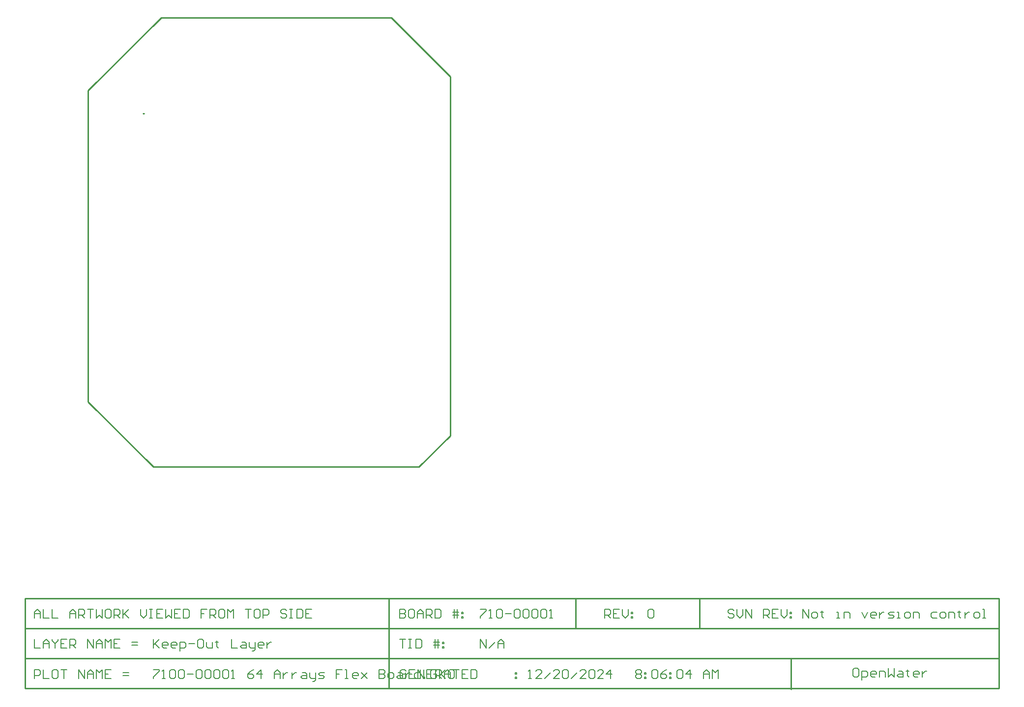
<source format=gko>
G04*
G04 #@! TF.GenerationSoftware,Altium Limited,Altium Designer,24.3.1 (35)*
G04*
G04 Layer_Color=16711935*
%FSAX25Y25*%
%MOIN*%
G70*
G04*
G04 #@! TF.SameCoordinates,FD1E8778-55F6-401F-AF26-4ACC28CE7946*
G04*
G04*
G04 #@! TF.FilePolarity,Positive*
G04*
G01*
G75*
%ADD11C,0.01000*%
%ADD14C,0.00800*%
G54D11*
X0082677Y0234630D02*
X0126856Y0190450D01*
X0082677Y0445729D02*
X0082677Y0234630D01*
X0082677Y0445729D02*
X0132179Y0495231D01*
X0119967Y0430118D02*
X0120515D01*
X0126856Y0190450D02*
X0307098D01*
X0328202Y0211554D01*
X0328202Y0455309D02*
X0328202Y0211554D01*
X0288280Y0495231D02*
X0328202Y0455309D01*
X0132179Y0495231D02*
X0288280D01*
X0497200Y0080717D02*
Y0101050D01*
X0413200Y0080717D02*
Y0101050D01*
X0040000Y0080717D02*
X0700200D01*
X0040000Y0060383D02*
X0700000D01*
X0040000Y0040050D02*
X0440500D01*
X0040050Y0101050D02*
X0700200D01*
X0040050Y0040050D02*
Y0101050D01*
Y0040050D02*
X0197600D01*
X0040000D02*
Y0101050D01*
X0286500Y0040050D02*
Y0101050D01*
X0700200Y0040050D02*
Y0101050D01*
X0440500Y0040050D02*
X0700200D01*
X0559400Y0039400D02*
Y0059683D01*
G54D14*
X0126900Y0073549D02*
Y0067551D01*
Y0069550D01*
X0130899Y0073549D01*
X0127900Y0070550D01*
X0130899Y0067551D01*
X0135897D02*
X0133898D01*
X0132898Y0068550D01*
Y0070550D01*
X0133898Y0071549D01*
X0135897D01*
X0136897Y0070550D01*
Y0069550D01*
X0132898D01*
X0141895Y0067551D02*
X0139896D01*
X0138896Y0068550D01*
Y0070550D01*
X0139896Y0071549D01*
X0141895D01*
X0142895Y0070550D01*
Y0069550D01*
X0138896D01*
X0144894Y0065551D02*
Y0071549D01*
X0147893D01*
X0148893Y0070550D01*
Y0068550D01*
X0147893Y0067551D01*
X0144894D01*
X0150892Y0070550D02*
X0154891D01*
X0159889Y0073549D02*
X0157890D01*
X0156890Y0072549D01*
Y0068550D01*
X0157890Y0067551D01*
X0159889D01*
X0160889Y0068550D01*
Y0072549D01*
X0159889Y0073549D01*
X0162888Y0071549D02*
Y0068550D01*
X0163888Y0067551D01*
X0166887D01*
Y0071549D01*
X0169886Y0072549D02*
Y0071549D01*
X0168886D01*
X0170886D01*
X0169886D01*
Y0068550D01*
X0170886Y0067551D01*
X0179883Y0073549D02*
Y0067551D01*
X0183882D01*
X0186881Y0071549D02*
X0188880D01*
X0189880Y0070550D01*
Y0067551D01*
X0186881D01*
X0185881Y0068550D01*
X0186881Y0069550D01*
X0189880D01*
X0191879Y0071549D02*
Y0068550D01*
X0192879Y0067551D01*
X0195878D01*
Y0066551D01*
X0194878Y0065551D01*
X0193878D01*
X0195878Y0067551D02*
Y0071549D01*
X0200876Y0067551D02*
X0198877D01*
X0197877Y0068550D01*
Y0070550D01*
X0198877Y0071549D01*
X0200876D01*
X0201876Y0070550D01*
Y0069550D01*
X0197877D01*
X0203875Y0071549D02*
Y0067551D01*
Y0069550D01*
X0204875Y0070550D01*
X0205874Y0071549D01*
X0206874D01*
X0567400Y0087833D02*
Y0093831D01*
X0571399Y0087833D01*
Y0093831D01*
X0574398Y0087833D02*
X0576397D01*
X0577397Y0088833D01*
Y0090832D01*
X0576397Y0091832D01*
X0574398D01*
X0573398Y0090832D01*
Y0088833D01*
X0574398Y0087833D01*
X0580396Y0092832D02*
Y0091832D01*
X0579396D01*
X0581395D01*
X0580396D01*
Y0088833D01*
X0581395Y0087833D01*
X0590393D02*
X0592392D01*
X0591392D01*
Y0091832D01*
X0590393D01*
X0595391Y0087833D02*
Y0091832D01*
X0598390D01*
X0599390Y0090832D01*
Y0087833D01*
X0607387Y0091832D02*
X0609386Y0087833D01*
X0611386Y0091832D01*
X0616384Y0087833D02*
X0614385D01*
X0613385Y0088833D01*
Y0090832D01*
X0614385Y0091832D01*
X0616384D01*
X0617384Y0090832D01*
Y0089833D01*
X0613385D01*
X0619383Y0091832D02*
Y0087833D01*
Y0089833D01*
X0620383Y0090832D01*
X0621383Y0091832D01*
X0622382D01*
X0625381Y0087833D02*
X0628380D01*
X0629380Y0088833D01*
X0628380Y0089833D01*
X0626381D01*
X0625381Y0090832D01*
X0626381Y0091832D01*
X0629380D01*
X0631379Y0087833D02*
X0633379D01*
X0632379D01*
Y0091832D01*
X0631379D01*
X0637377Y0087833D02*
X0639377D01*
X0640376Y0088833D01*
Y0090832D01*
X0639377Y0091832D01*
X0637377D01*
X0636378Y0090832D01*
Y0088833D01*
X0637377Y0087833D01*
X0642376D02*
Y0091832D01*
X0645375D01*
X0646374Y0090832D01*
Y0087833D01*
X0658371Y0091832D02*
X0655372D01*
X0654372Y0090832D01*
Y0088833D01*
X0655372Y0087833D01*
X0658371D01*
X0661370D02*
X0663369D01*
X0664369Y0088833D01*
Y0090832D01*
X0663369Y0091832D01*
X0661370D01*
X0660370Y0090832D01*
Y0088833D01*
X0661370Y0087833D01*
X0666368D02*
Y0091832D01*
X0669367D01*
X0670367Y0090832D01*
Y0087833D01*
X0673366Y0092832D02*
Y0091832D01*
X0672366D01*
X0674365D01*
X0673366D01*
Y0088833D01*
X0674365Y0087833D01*
X0677364Y0091832D02*
Y0087833D01*
Y0089833D01*
X0678364Y0090832D01*
X0679364Y0091832D01*
X0680364D01*
X0684362Y0087833D02*
X0686362D01*
X0687361Y0088833D01*
Y0090832D01*
X0686362Y0091832D01*
X0684362D01*
X0683362Y0090832D01*
Y0088833D01*
X0684362Y0087833D01*
X0689361D02*
X0691360D01*
X0690360D01*
Y0093831D01*
X0689361D01*
X0520799Y0092832D02*
X0519799Y0093831D01*
X0517800D01*
X0516800Y0092832D01*
Y0091832D01*
X0517800Y0090832D01*
X0519799D01*
X0520799Y0089833D01*
Y0088833D01*
X0519799Y0087833D01*
X0517800D01*
X0516800Y0088833D01*
X0522798Y0093831D02*
Y0089833D01*
X0524797Y0087833D01*
X0526797Y0089833D01*
Y0093831D01*
X0528796Y0087833D02*
Y0093831D01*
X0532795Y0087833D01*
Y0093831D01*
X0540792Y0087833D02*
Y0093831D01*
X0543791D01*
X0544791Y0092832D01*
Y0090832D01*
X0543791Y0089833D01*
X0540792D01*
X0542792D02*
X0544791Y0087833D01*
X0550789Y0093831D02*
X0546790D01*
Y0087833D01*
X0550789D01*
X0546790Y0090832D02*
X0548790D01*
X0552788Y0093831D02*
Y0089833D01*
X0554788Y0087833D01*
X0556787Y0089833D01*
Y0093831D01*
X0558786Y0091832D02*
X0559786D01*
Y0090832D01*
X0558786D01*
Y0091832D01*
Y0088833D02*
X0559786D01*
Y0087833D01*
X0558786D01*
Y0088833D01*
X0433000Y0087833D02*
Y0093831D01*
X0435999D01*
X0436999Y0092832D01*
Y0090832D01*
X0435999Y0089833D01*
X0433000D01*
X0434999D02*
X0436999Y0087833D01*
X0442997Y0093831D02*
X0438998D01*
Y0087833D01*
X0442997D01*
X0438998Y0090832D02*
X0440997D01*
X0444996Y0093831D02*
Y0089833D01*
X0446995Y0087833D01*
X0448995Y0089833D01*
Y0093831D01*
X0450994Y0091832D02*
X0451994D01*
Y0090832D01*
X0450994D01*
Y0091832D01*
Y0088833D02*
X0451994D01*
Y0087833D01*
X0450994D01*
Y0088833D01*
X0126900Y0052965D02*
X0130899D01*
Y0051965D01*
X0126900Y0047966D01*
Y0046966D01*
X0132898D02*
X0134897D01*
X0133898D01*
Y0052965D01*
X0132898Y0051965D01*
X0137896D02*
X0138896Y0052965D01*
X0140895D01*
X0141895Y0051965D01*
Y0047966D01*
X0140895Y0046966D01*
X0138896D01*
X0137896Y0047966D01*
Y0051965D01*
X0143895D02*
X0144894Y0052965D01*
X0146894D01*
X0147893Y0051965D01*
Y0047966D01*
X0146894Y0046966D01*
X0144894D01*
X0143895Y0047966D01*
Y0051965D01*
X0149893Y0049966D02*
X0153891D01*
X0155891Y0051965D02*
X0156890Y0052965D01*
X0158890D01*
X0159889Y0051965D01*
Y0047966D01*
X0158890Y0046966D01*
X0156890D01*
X0155891Y0047966D01*
Y0051965D01*
X0161889D02*
X0162888Y0052965D01*
X0164888D01*
X0165887Y0051965D01*
Y0047966D01*
X0164888Y0046966D01*
X0162888D01*
X0161889Y0047966D01*
Y0051965D01*
X0167887D02*
X0168886Y0052965D01*
X0170886D01*
X0171885Y0051965D01*
Y0047966D01*
X0170886Y0046966D01*
X0168886D01*
X0167887Y0047966D01*
Y0051965D01*
X0173885D02*
X0174884Y0052965D01*
X0176884D01*
X0177884Y0051965D01*
Y0047966D01*
X0176884Y0046966D01*
X0174884D01*
X0173885Y0047966D01*
Y0051965D01*
X0179883Y0046966D02*
X0181882D01*
X0180883D01*
Y0052965D01*
X0179883Y0051965D01*
X0194878Y0052965D02*
X0192879Y0051965D01*
X0190879Y0049966D01*
Y0047966D01*
X0191879Y0046966D01*
X0193878D01*
X0194878Y0047966D01*
Y0048966D01*
X0193878Y0049966D01*
X0190879D01*
X0199876Y0046966D02*
Y0052965D01*
X0196877Y0049966D01*
X0200876D01*
X0208874Y0046966D02*
Y0050965D01*
X0210873Y0052965D01*
X0212872Y0050965D01*
Y0046966D01*
Y0049966D01*
X0208874D01*
X0214872Y0050965D02*
Y0046966D01*
Y0048966D01*
X0215871Y0049966D01*
X0216871Y0050965D01*
X0217871D01*
X0220870D02*
Y0046966D01*
Y0048966D01*
X0221869Y0049966D01*
X0222869Y0050965D01*
X0223869D01*
X0227867D02*
X0229867D01*
X0230866Y0049966D01*
Y0046966D01*
X0227867D01*
X0226868Y0047966D01*
X0227867Y0048966D01*
X0230866D01*
X0232866Y0050965D02*
Y0047966D01*
X0233865Y0046966D01*
X0236864D01*
Y0045967D01*
X0235865Y0044967D01*
X0234865D01*
X0236864Y0046966D02*
Y0050965D01*
X0238864Y0046966D02*
X0241863D01*
X0242863Y0047966D01*
X0241863Y0048966D01*
X0239863D01*
X0238864Y0049966D01*
X0239863Y0050965D01*
X0242863D01*
X0254859Y0052965D02*
X0250860D01*
Y0049966D01*
X0252859D01*
X0250860D01*
Y0046966D01*
X0256858D02*
X0258857D01*
X0257858D01*
Y0052965D01*
X0256858D01*
X0264855Y0046966D02*
X0262856D01*
X0261856Y0047966D01*
Y0049966D01*
X0262856Y0050965D01*
X0264855D01*
X0265855Y0049966D01*
Y0048966D01*
X0261856D01*
X0267854Y0050965D02*
X0271853Y0046966D01*
X0269854Y0048966D01*
X0271853Y0050965D01*
X0267854Y0046966D01*
X0279851Y0052965D02*
Y0046966D01*
X0282850D01*
X0283849Y0047966D01*
Y0048966D01*
X0282850Y0049966D01*
X0279851D01*
X0282850D01*
X0283849Y0050965D01*
Y0051965D01*
X0282850Y0052965D01*
X0279851D01*
X0286848Y0046966D02*
X0288848D01*
X0289847Y0047966D01*
Y0049966D01*
X0288848Y0050965D01*
X0286848D01*
X0285849Y0049966D01*
Y0047966D01*
X0286848Y0046966D01*
X0292846Y0050965D02*
X0294846D01*
X0295845Y0049966D01*
Y0046966D01*
X0292846D01*
X0291847Y0047966D01*
X0292846Y0048966D01*
X0295845D01*
X0297845Y0050965D02*
Y0046966D01*
Y0048966D01*
X0298844Y0049966D01*
X0299844Y0050965D01*
X0300844D01*
X0307841Y0052965D02*
Y0046966D01*
X0304842D01*
X0303843Y0047966D01*
Y0049966D01*
X0304842Y0050965D01*
X0307841D01*
X0309841Y0046966D02*
Y0047966D01*
X0310841D01*
Y0046966D01*
X0309841D01*
X0318838Y0051965D02*
X0317838Y0052965D01*
X0315839D01*
X0314839Y0051965D01*
Y0047966D01*
X0315839Y0046966D01*
X0317838D01*
X0318838Y0047966D01*
Y0049966D01*
X0316839D01*
X0320837Y0052965D02*
Y0046966D01*
Y0048966D01*
X0324836Y0052965D01*
X0321837Y0049966D01*
X0324836Y0046966D01*
X0329834Y0052965D02*
X0327835D01*
X0326835Y0051965D01*
Y0047966D01*
X0327835Y0046966D01*
X0329834D01*
X0330834Y0047966D01*
Y0051965D01*
X0329834Y0052965D01*
X0381150Y0046966D02*
X0383149D01*
X0382150D01*
Y0052965D01*
X0381150Y0051965D01*
X0390147Y0046966D02*
X0386148D01*
X0390147Y0050965D01*
Y0051965D01*
X0389147Y0052965D01*
X0387148D01*
X0386148Y0051965D01*
X0392146Y0046966D02*
X0396145Y0050965D01*
X0402143Y0046966D02*
X0398145D01*
X0402143Y0050965D01*
Y0051965D01*
X0401144Y0052965D01*
X0399144D01*
X0398145Y0051965D01*
X0404143D02*
X0405142Y0052965D01*
X0407142D01*
X0408141Y0051965D01*
Y0047966D01*
X0407142Y0046966D01*
X0405142D01*
X0404143Y0047966D01*
Y0051965D01*
X0410141Y0046966D02*
X0414139Y0050965D01*
X0420137Y0046966D02*
X0416139D01*
X0420137Y0050965D01*
Y0051965D01*
X0419138Y0052965D01*
X0417138D01*
X0416139Y0051965D01*
X0422137D02*
X0423136Y0052965D01*
X0425136D01*
X0426135Y0051965D01*
Y0047966D01*
X0425136Y0046966D01*
X0423136D01*
X0422137Y0047966D01*
Y0051965D01*
X0432133Y0046966D02*
X0428135D01*
X0432133Y0050965D01*
Y0051965D01*
X0431134Y0052965D01*
X0429135D01*
X0428135Y0051965D01*
X0437132Y0046966D02*
Y0052965D01*
X0434133Y0049966D01*
X0438132D01*
X0298199Y0051965D02*
X0297199Y0052965D01*
X0295200D01*
X0294200Y0051965D01*
Y0047966D01*
X0295200Y0046966D01*
X0297199D01*
X0298199Y0047966D01*
Y0049966D01*
X0296199D01*
X0304197Y0052965D02*
X0300198D01*
Y0046966D01*
X0304197D01*
X0300198Y0049966D02*
X0302197D01*
X0306196Y0046966D02*
Y0052965D01*
X0310195Y0046966D01*
Y0052965D01*
X0316193D02*
X0312194D01*
Y0046966D01*
X0316193D01*
X0312194Y0049966D02*
X0314194D01*
X0318192Y0046966D02*
Y0052965D01*
X0321191D01*
X0322191Y0051965D01*
Y0049966D01*
X0321191Y0048966D01*
X0318192D01*
X0320192D02*
X0322191Y0046966D01*
X0324190D02*
Y0050965D01*
X0326190Y0052965D01*
X0328189Y0050965D01*
Y0046966D01*
Y0049966D01*
X0324190D01*
X0330188Y0052965D02*
X0334187D01*
X0332188D01*
Y0046966D01*
X0340185Y0052965D02*
X0336186D01*
Y0046966D01*
X0340185D01*
X0336186Y0049966D02*
X0338186D01*
X0342184Y0052965D02*
Y0046966D01*
X0345183D01*
X0346183Y0047966D01*
Y0051965D01*
X0345183Y0052965D01*
X0342184D01*
X0372175Y0050965D02*
X0373175D01*
Y0049966D01*
X0372175D01*
Y0050965D01*
Y0047966D02*
X0373175D01*
Y0046966D01*
X0372175D01*
Y0047966D01*
X0046350Y0087833D02*
Y0091832D01*
X0048349Y0093831D01*
X0050349Y0091832D01*
Y0087833D01*
Y0090832D01*
X0046350D01*
X0052348Y0093831D02*
Y0087833D01*
X0056347D01*
X0058346Y0093831D02*
Y0087833D01*
X0062345D01*
X0070342D02*
Y0091832D01*
X0072342Y0093831D01*
X0074341Y0091832D01*
Y0087833D01*
Y0090832D01*
X0070342D01*
X0076340Y0087833D02*
Y0093831D01*
X0079339D01*
X0080339Y0092832D01*
Y0090832D01*
X0079339Y0089833D01*
X0076340D01*
X0078340D02*
X0080339Y0087833D01*
X0082338Y0093831D02*
X0086337D01*
X0084338D01*
Y0087833D01*
X0088336Y0093831D02*
Y0087833D01*
X0090336Y0089833D01*
X0092335Y0087833D01*
Y0093831D01*
X0097334D02*
X0095334D01*
X0094335Y0092832D01*
Y0088833D01*
X0095334Y0087833D01*
X0097334D01*
X0098333Y0088833D01*
Y0092832D01*
X0097334Y0093831D01*
X0100332Y0087833D02*
Y0093831D01*
X0103332D01*
X0104331Y0092832D01*
Y0090832D01*
X0103332Y0089833D01*
X0100332D01*
X0102332D02*
X0104331Y0087833D01*
X0106331Y0093831D02*
Y0087833D01*
Y0089833D01*
X0110329Y0093831D01*
X0107330Y0090832D01*
X0110329Y0087833D01*
X0118327Y0093831D02*
Y0089833D01*
X0120326Y0087833D01*
X0122325Y0089833D01*
Y0093831D01*
X0124325D02*
X0126324D01*
X0125324D01*
Y0087833D01*
X0124325D01*
X0126324D01*
X0133322Y0093831D02*
X0129323D01*
Y0087833D01*
X0133322D01*
X0129323Y0090832D02*
X0131323D01*
X0135321Y0093831D02*
Y0087833D01*
X0137321Y0089833D01*
X0139320Y0087833D01*
Y0093831D01*
X0145318D02*
X0141319D01*
Y0087833D01*
X0145318D01*
X0141319Y0090832D02*
X0143319D01*
X0147317Y0093831D02*
Y0087833D01*
X0150316D01*
X0151316Y0088833D01*
Y0092832D01*
X0150316Y0093831D01*
X0147317D01*
X0163312D02*
X0159313D01*
Y0090832D01*
X0161313D01*
X0159313D01*
Y0087833D01*
X0165312D02*
Y0093831D01*
X0168310D01*
X0169310Y0092832D01*
Y0090832D01*
X0168310Y0089833D01*
X0165312D01*
X0167311D02*
X0169310Y0087833D01*
X0174309Y0093831D02*
X0172309D01*
X0171310Y0092832D01*
Y0088833D01*
X0172309Y0087833D01*
X0174309D01*
X0175308Y0088833D01*
Y0092832D01*
X0174309Y0093831D01*
X0177308Y0087833D02*
Y0093831D01*
X0179307Y0091832D01*
X0181306Y0093831D01*
Y0087833D01*
X0189304Y0093831D02*
X0193303D01*
X0191303D01*
Y0087833D01*
X0198301Y0093831D02*
X0196301D01*
X0195302Y0092832D01*
Y0088833D01*
X0196301Y0087833D01*
X0198301D01*
X0199301Y0088833D01*
Y0092832D01*
X0198301Y0093831D01*
X0201300Y0087833D02*
Y0093831D01*
X0204299D01*
X0205299Y0092832D01*
Y0090832D01*
X0204299Y0089833D01*
X0201300D01*
X0217295Y0092832D02*
X0216295Y0093831D01*
X0214296D01*
X0213296Y0092832D01*
Y0091832D01*
X0214296Y0090832D01*
X0216295D01*
X0217295Y0089833D01*
Y0088833D01*
X0216295Y0087833D01*
X0214296D01*
X0213296Y0088833D01*
X0219294Y0093831D02*
X0221293D01*
X0220294D01*
Y0087833D01*
X0219294D01*
X0221293D01*
X0224292Y0093831D02*
Y0087833D01*
X0227291D01*
X0228291Y0088833D01*
Y0092832D01*
X0227291Y0093831D01*
X0224292D01*
X0234289D02*
X0230291D01*
Y0087833D01*
X0234289D01*
X0230291Y0090832D02*
X0232290D01*
X0462150Y0092832D02*
X0463150Y0093831D01*
X0465149D01*
X0466149Y0092832D01*
Y0088833D01*
X0465149Y0087833D01*
X0463150D01*
X0462150Y0088833D01*
Y0092832D01*
X0348550Y0093831D02*
X0352549D01*
Y0092832D01*
X0348550Y0088833D01*
Y0087833D01*
X0354548D02*
X0356547D01*
X0355548D01*
Y0093831D01*
X0354548Y0092832D01*
X0359546D02*
X0360546Y0093831D01*
X0362545D01*
X0363545Y0092832D01*
Y0088833D01*
X0362545Y0087833D01*
X0360546D01*
X0359546Y0088833D01*
Y0092832D01*
X0365545Y0090832D02*
X0369543D01*
X0371543Y0092832D02*
X0372542Y0093831D01*
X0374542D01*
X0375541Y0092832D01*
Y0088833D01*
X0374542Y0087833D01*
X0372542D01*
X0371543Y0088833D01*
Y0092832D01*
X0377541D02*
X0378540Y0093831D01*
X0380540D01*
X0381539Y0092832D01*
Y0088833D01*
X0380540Y0087833D01*
X0378540D01*
X0377541Y0088833D01*
Y0092832D01*
X0383539D02*
X0384538Y0093831D01*
X0386538D01*
X0387537Y0092832D01*
Y0088833D01*
X0386538Y0087833D01*
X0384538D01*
X0383539Y0088833D01*
Y0092832D01*
X0389537D02*
X0390536Y0093831D01*
X0392536D01*
X0393535Y0092832D01*
Y0088833D01*
X0392536Y0087833D01*
X0390536D01*
X0389537Y0088833D01*
Y0092832D01*
X0395535Y0087833D02*
X0397534D01*
X0396534D01*
Y0093831D01*
X0395535Y0092832D01*
X0294000Y0093831D02*
Y0087833D01*
X0296999D01*
X0297999Y0088833D01*
Y0089833D01*
X0296999Y0090832D01*
X0294000D01*
X0296999D01*
X0297999Y0091832D01*
Y0092832D01*
X0296999Y0093831D01*
X0294000D01*
X0302997D02*
X0300998D01*
X0299998Y0092832D01*
Y0088833D01*
X0300998Y0087833D01*
X0302997D01*
X0303997Y0088833D01*
Y0092832D01*
X0302997Y0093831D01*
X0305996Y0087833D02*
Y0091832D01*
X0307996Y0093831D01*
X0309995Y0091832D01*
Y0087833D01*
Y0090832D01*
X0305996D01*
X0311994Y0087833D02*
Y0093831D01*
X0314993D01*
X0315993Y0092832D01*
Y0090832D01*
X0314993Y0089833D01*
X0311994D01*
X0313994D02*
X0315993Y0087833D01*
X0317992Y0093831D02*
Y0087833D01*
X0320991D01*
X0321991Y0088833D01*
Y0092832D01*
X0320991Y0093831D01*
X0317992D01*
X0330988Y0087833D02*
Y0093831D01*
X0332987D02*
Y0087833D01*
X0329988Y0091832D02*
X0332987D01*
X0333987D01*
X0329988Y0089833D02*
X0333987D01*
X0335986Y0091832D02*
X0336986D01*
Y0090832D01*
X0335986D01*
Y0091832D01*
Y0088833D02*
X0336986D01*
Y0087833D01*
X0335986D01*
Y0088833D01*
X0046350Y0073549D02*
Y0067551D01*
X0050349D01*
X0052348D02*
Y0071549D01*
X0054347Y0073549D01*
X0056347Y0071549D01*
Y0067551D01*
Y0070550D01*
X0052348D01*
X0058346Y0073549D02*
Y0072549D01*
X0060346Y0070550D01*
X0062345Y0072549D01*
Y0073549D01*
X0060346Y0070550D02*
Y0067551D01*
X0068343Y0073549D02*
X0064344D01*
Y0067551D01*
X0068343D01*
X0064344Y0070550D02*
X0066343D01*
X0070342Y0067551D02*
Y0073549D01*
X0073341D01*
X0074341Y0072549D01*
Y0070550D01*
X0073341Y0069550D01*
X0070342D01*
X0072342D02*
X0074341Y0067551D01*
X0082338D02*
Y0073549D01*
X0086337Y0067551D01*
Y0073549D01*
X0088336Y0067551D02*
Y0071549D01*
X0090336Y0073549D01*
X0092335Y0071549D01*
Y0067551D01*
Y0070550D01*
X0088336D01*
X0094335Y0067551D02*
Y0073549D01*
X0096334Y0071549D01*
X0098333Y0073549D01*
Y0067551D01*
X0104331Y0073549D02*
X0100332D01*
Y0067551D01*
X0104331D01*
X0100332Y0070550D02*
X0102332D01*
X0112329Y0069550D02*
X0116327D01*
X0112329Y0071549D02*
X0116327D01*
X0046350Y0046966D02*
Y0052965D01*
X0049349D01*
X0050349Y0051965D01*
Y0049966D01*
X0049349Y0048966D01*
X0046350D01*
X0052348Y0052965D02*
Y0046966D01*
X0056347D01*
X0061345Y0052965D02*
X0059346D01*
X0058346Y0051965D01*
Y0047966D01*
X0059346Y0046966D01*
X0061345D01*
X0062345Y0047966D01*
Y0051965D01*
X0061345Y0052965D01*
X0064344D02*
X0068343D01*
X0066343D01*
Y0046966D01*
X0076340D02*
Y0052965D01*
X0080339Y0046966D01*
Y0052965D01*
X0082338Y0046966D02*
Y0050965D01*
X0084338Y0052965D01*
X0086337Y0050965D01*
Y0046966D01*
Y0049966D01*
X0082338D01*
X0088336Y0046966D02*
Y0052965D01*
X0090336Y0050965D01*
X0092335Y0052965D01*
Y0046966D01*
X0098333Y0052965D02*
X0094335D01*
Y0046966D01*
X0098333D01*
X0094335Y0049966D02*
X0096334D01*
X0106331Y0048966D02*
X0110329D01*
X0106331Y0050965D02*
X0110329D01*
X0454050Y0051965D02*
X0455050Y0052965D01*
X0457049D01*
X0458049Y0051965D01*
Y0050965D01*
X0457049Y0049966D01*
X0458049Y0048966D01*
Y0047966D01*
X0457049Y0046966D01*
X0455050D01*
X0454050Y0047966D01*
Y0048966D01*
X0455050Y0049966D01*
X0454050Y0050965D01*
Y0051965D01*
X0455050Y0049966D02*
X0457049D01*
X0460048Y0050965D02*
X0461048D01*
Y0049966D01*
X0460048D01*
Y0050965D01*
Y0047966D02*
X0461048D01*
Y0046966D01*
X0460048D01*
Y0047966D01*
X0465046Y0051965D02*
X0466046Y0052965D01*
X0468046D01*
X0469045Y0051965D01*
Y0047966D01*
X0468046Y0046966D01*
X0466046D01*
X0465046Y0047966D01*
Y0051965D01*
X0475043Y0052965D02*
X0473044Y0051965D01*
X0471044Y0049966D01*
Y0047966D01*
X0472044Y0046966D01*
X0474044D01*
X0475043Y0047966D01*
Y0048966D01*
X0474044Y0049966D01*
X0471044D01*
X0477043Y0050965D02*
X0478042D01*
Y0049966D01*
X0477043D01*
Y0050965D01*
Y0047966D02*
X0478042D01*
Y0046966D01*
X0477043D01*
Y0047966D01*
X0482041Y0051965D02*
X0483041Y0052965D01*
X0485040D01*
X0486040Y0051965D01*
Y0047966D01*
X0485040Y0046966D01*
X0483041D01*
X0482041Y0047966D01*
Y0051965D01*
X0491038Y0046966D02*
Y0052965D01*
X0488039Y0049966D01*
X0492038D01*
X0500035Y0046966D02*
Y0050965D01*
X0502035Y0052965D01*
X0504034Y0050965D01*
Y0046966D01*
Y0049966D01*
X0500035D01*
X0506033Y0046966D02*
Y0052965D01*
X0508033Y0050965D01*
X0510032Y0052965D01*
Y0046966D01*
X0604409Y0053922D02*
X0602409D01*
X0601409Y0052922D01*
Y0048923D01*
X0602409Y0047924D01*
X0604409D01*
X0605408Y0048923D01*
Y0052922D01*
X0604409Y0053922D01*
X0607408Y0045924D02*
Y0051922D01*
X0610407D01*
X0611406Y0050923D01*
Y0048923D01*
X0610407Y0047924D01*
X0607408D01*
X0616405D02*
X0614405D01*
X0613406Y0048923D01*
Y0050923D01*
X0614405Y0051922D01*
X0616405D01*
X0617404Y0050923D01*
Y0049923D01*
X0613406D01*
X0619404Y0047924D02*
Y0051922D01*
X0622403D01*
X0623402Y0050923D01*
Y0047924D01*
X0625402Y0053922D02*
Y0047924D01*
X0627401Y0049923D01*
X0629400Y0047924D01*
Y0053922D01*
X0632400Y0051922D02*
X0634399D01*
X0635398Y0050923D01*
Y0047924D01*
X0632400D01*
X0631400Y0048923D01*
X0632400Y0049923D01*
X0635398D01*
X0638398Y0052922D02*
Y0051922D01*
X0637398D01*
X0639397D01*
X0638398D01*
Y0048923D01*
X0639397Y0047924D01*
X0645395D02*
X0643396D01*
X0642396Y0048923D01*
Y0050923D01*
X0643396Y0051922D01*
X0645395D01*
X0646395Y0050923D01*
Y0049923D01*
X0642396D01*
X0648394Y0051922D02*
Y0047924D01*
Y0049923D01*
X0649394Y0050923D01*
X0650394Y0051922D01*
X0651393D01*
X0294000Y0073498D02*
X0297999D01*
X0295999D01*
Y0067500D01*
X0299998Y0073498D02*
X0301997D01*
X0300998D01*
Y0067500D01*
X0299998D01*
X0301997D01*
X0304996Y0073498D02*
Y0067500D01*
X0307996D01*
X0308995Y0068500D01*
Y0072498D01*
X0307996Y0073498D01*
X0304996D01*
X0317992Y0067500D02*
Y0073498D01*
X0319992D02*
Y0067500D01*
X0316993Y0071499D02*
X0319992D01*
X0320991D01*
X0316993Y0069499D02*
X0320991D01*
X0322991Y0071499D02*
X0323990D01*
Y0070499D01*
X0322991D01*
Y0071499D01*
Y0068500D02*
X0323990D01*
Y0067500D01*
X0322991D01*
Y0068500D01*
X0348550Y0067500D02*
Y0073498D01*
X0352549Y0067500D01*
Y0073498D01*
X0354548Y0067500D02*
X0358547Y0071499D01*
X0360546Y0067500D02*
Y0071499D01*
X0362545Y0073498D01*
X0364545Y0071499D01*
Y0067500D01*
Y0070499D01*
X0360546D01*
M02*

</source>
